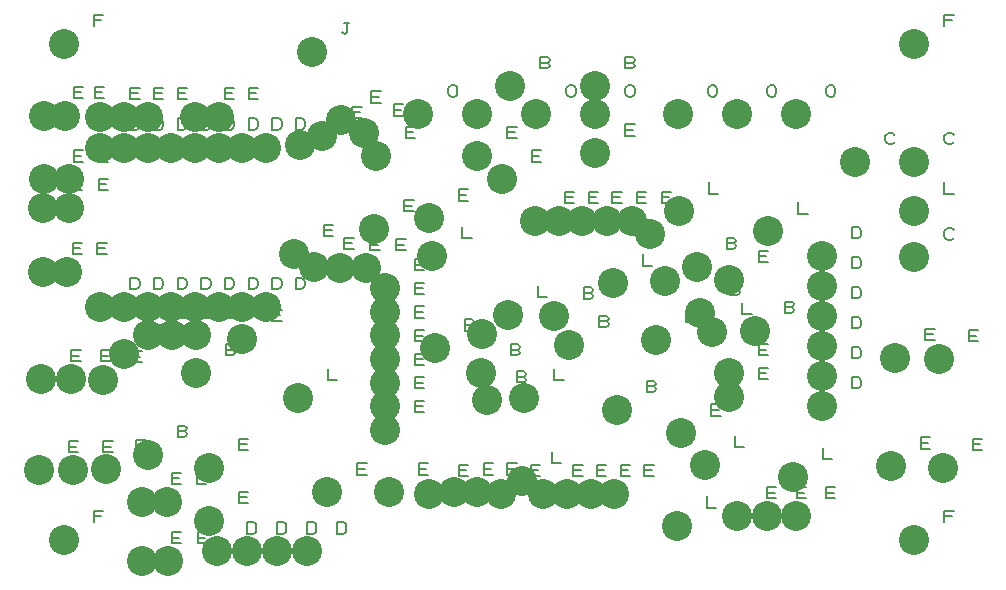
<source format=gbr>
G04 DesignSpark PCB Gerber Version 10.0 Build 5299*
G04 #@! TF.Part,Single*
G04 #@! TF.FileFunction,Drillmap*
G04 #@! TF.FilePolarity,Positive*
%FSLAX35Y35*%
%MOIN*%
%ADD10C,0.00500*%
G04 #@! TA.AperFunction,ViaPad*
%ADD124C,0.10000*%
G04 #@! TD.AperFunction*
X0Y0D02*
D02*
D10*
X17730Y45164D02*
Y48914D01*
X20856D01*
X20230Y47039D02*
X17730D01*
Y45164D02*
X20856D01*
X18518Y75479D02*
Y79229D01*
X21643D01*
X21018Y77354D02*
X18518D01*
Y75479D02*
X21643D01*
X18911Y111306D02*
Y115056D01*
X22037D01*
X21411Y113181D02*
X18911D01*
Y111306D02*
X22037D01*
X18911Y132565D02*
Y136315D01*
X22037D01*
X21411Y134441D02*
X18911D01*
Y132565D02*
X22037D01*
X19305Y142014D02*
Y145764D01*
X22430D01*
X21805Y143889D02*
X19305D01*
Y142014D02*
X22430D01*
X19305Y163274D02*
Y167024D01*
X22430D01*
X21805Y165149D02*
X19305D01*
Y163274D02*
X22430D01*
X25998Y21935D02*
Y25685D01*
X29123D01*
X28498Y23811D02*
X25998D01*
Y187290D02*
Y191040D01*
X29123D01*
X28498Y189165D02*
X25998D01*
X26392Y163274D02*
Y167024D01*
X29517D01*
X28892Y165149D02*
X26392D01*
Y163274D02*
X29517D01*
X27179Y111306D02*
Y115056D01*
X30304D01*
X29679Y113181D02*
X27179D01*
Y111306D02*
X30304D01*
X27573Y132565D02*
Y136315D01*
X30698D01*
X30073Y134441D02*
X27573D01*
Y132565D02*
X30698D01*
X27573Y142014D02*
Y145764D01*
X30698D01*
X30073Y143889D02*
X27573D01*
Y142014D02*
X30698D01*
X28360Y75479D02*
Y79229D01*
X31485D01*
X30860Y77354D02*
X28360D01*
Y75479D02*
X31485D01*
X29148Y45164D02*
Y48914D01*
X32273D01*
X31648Y47039D02*
X29148D01*
Y45164D02*
X32273D01*
X38203Y99494D02*
Y103244D01*
X40078D01*
X40703Y102932D01*
X41015Y102620D01*
X41328Y101994D01*
Y100744D01*
X41015Y100120D01*
X40703Y99807D01*
X40078Y99494D01*
X38203D01*
Y152644D02*
Y156394D01*
X40078D01*
X40703Y156082D01*
X41015Y155769D01*
X41328Y155144D01*
Y153894D01*
X41015Y153269D01*
X40703Y152957D01*
X40078Y152644D01*
X38203D01*
Y162880D02*
Y166630D01*
X41328D01*
X40703Y164756D02*
X38203D01*
Y162880D02*
X41328D01*
X38990Y75085D02*
Y78835D01*
X42115D01*
X41490Y76960D02*
X38990D01*
Y75085D02*
X42115D01*
X40171Y45557D02*
Y49307D01*
X43296D01*
X42671Y47433D02*
X40171D01*
Y45557D02*
X43296D01*
X46077Y83746D02*
Y87496D01*
X49202D01*
X48577Y85622D02*
X46077D01*
Y83746D02*
X49202D01*
X46077Y99494D02*
Y103244D01*
X47952D01*
X48577Y102932D01*
X48889Y102620D01*
X49202Y101994D01*
Y100744D01*
X48889Y100120D01*
X48577Y99807D01*
X47952Y99494D01*
X46077D01*
Y152644D02*
Y156394D01*
X47952D01*
X48577Y156082D01*
X48889Y155769D01*
X49202Y155144D01*
Y153894D01*
X48889Y153269D01*
X48577Y152957D01*
X47952Y152644D01*
X46077D01*
Y162880D02*
Y166630D01*
X49202D01*
X48577Y164756D02*
X46077D01*
Y162880D02*
X49202D01*
X51982Y14849D02*
Y18599D01*
X55107D01*
X54482Y16724D02*
X51982D01*
Y14849D02*
X55107D01*
X51982Y34534D02*
Y38284D01*
X55107D01*
X54482Y36409D02*
X51982D01*
Y34534D02*
X55107D01*
X56138Y52157D02*
X56763Y51844D01*
X57076Y51220D01*
X56763Y50594D01*
X56138Y50282D01*
X53951D01*
Y54032D01*
X56138D01*
X56763Y53720D01*
X57076Y53094D01*
X56763Y52470D01*
X56138Y52157D01*
X53951D01*
Y90046D02*
Y93796D01*
X57076D01*
X56451Y91921D02*
X53951D01*
Y90046D02*
X57076D01*
X53951Y99494D02*
Y103244D01*
X55826D01*
X56451Y102932D01*
X56763Y102620D01*
X57076Y101994D01*
Y100744D01*
X56763Y100120D01*
X56451Y99807D01*
X55826Y99494D01*
X53951D01*
Y152644D02*
Y156394D01*
X55826D01*
X56451Y156082D01*
X56763Y155769D01*
X57076Y155144D01*
Y153894D01*
X56763Y153269D01*
X56451Y152957D01*
X55826Y152644D01*
X53951D01*
Y162880D02*
Y166630D01*
X57076D01*
X56451Y164756D02*
X53951D01*
Y162880D02*
X57076D01*
X60250Y34534D02*
Y38284D01*
X63375D01*
X62750Y36409D02*
X60250D01*
Y34534D02*
X63375D01*
X60644Y14849D02*
Y18599D01*
X63769D01*
X63144Y16724D02*
X60644D01*
Y14849D02*
X63769D01*
X61825Y99494D02*
Y103244D01*
X63700D01*
X64325Y102932D01*
X64637Y102620D01*
X64950Y101994D01*
Y100744D01*
X64637Y100120D01*
X64325Y99807D01*
X63700Y99494D01*
X61825D01*
Y152644D02*
Y156394D01*
X63700D01*
X64325Y156082D01*
X64637Y155769D01*
X64950Y155144D01*
Y153894D01*
X64637Y153269D01*
X64325Y152957D01*
X63700Y152644D01*
X61825D01*
X62219Y90046D02*
Y93796D01*
X65344D01*
X64719Y91921D02*
X62219D01*
Y90046D02*
X65344D01*
X69699Y99494D02*
Y103244D01*
X71574D01*
X72199Y102932D01*
X72511Y102620D01*
X72824Y101994D01*
Y100744D01*
X72511Y100120D01*
X72199Y99807D01*
X71574Y99494D01*
X69699D01*
Y152644D02*
Y156394D01*
X71574D01*
X72199Y156082D01*
X72511Y155769D01*
X72824Y155144D01*
Y153894D01*
X72511Y153269D01*
X72199Y152957D01*
X71574Y152644D01*
X69699D01*
Y162880D02*
Y166630D01*
X72824D01*
X72199Y164756D02*
X69699D01*
Y162880D02*
X72824D01*
X72280Y79322D02*
X72905Y79010D01*
X73218Y78385D01*
X72905Y77760D01*
X72280Y77447D01*
X70093D01*
Y81197D01*
X72280D01*
X72905Y80885D01*
X73218Y80260D01*
X72905Y79635D01*
X72280Y79322D01*
X70093D01*
Y90046D02*
Y93796D01*
X73218D01*
X72593Y91921D02*
X70093D01*
Y90046D02*
X73218D01*
X74423Y28235D02*
Y31985D01*
X77548D01*
X76923Y30110D02*
X74423D01*
Y28235D02*
X77548D01*
X74423Y45951D02*
Y49701D01*
X77548D01*
X76923Y47826D02*
X74423D01*
Y45951D02*
X77548D01*
X77100Y17998D02*
Y21748D01*
X78976D01*
X79600Y21436D01*
X79913Y21124D01*
X80226Y20498D01*
Y19248D01*
X79913Y18624D01*
X79600Y18311D01*
X78976Y17998D01*
X77100D01*
X77573Y99494D02*
Y103244D01*
X79448D01*
X80073Y102932D01*
X80385Y102620D01*
X80698Y101994D01*
Y100744D01*
X80385Y100120D01*
X80073Y99807D01*
X79448Y99494D01*
X77573D01*
Y152644D02*
Y156394D01*
X79448D01*
X80073Y156082D01*
X80385Y155769D01*
X80698Y155144D01*
Y153894D01*
X80385Y153269D01*
X80073Y152957D01*
X79448Y152644D01*
X77573D01*
Y162880D02*
Y166630D01*
X80698D01*
X80073Y164756D02*
X77573D01*
Y162880D02*
X80698D01*
X85447Y88865D02*
Y92615D01*
X88572D01*
X87947Y90740D02*
X85447D01*
Y88865D02*
X88572D01*
X85447Y99494D02*
Y103244D01*
X87322D01*
X87947Y102932D01*
X88259Y102620D01*
X88572Y101994D01*
Y100744D01*
X88259Y100120D01*
X87947Y99807D01*
X87322Y99494D01*
X85447D01*
Y152644D02*
Y156394D01*
X87322D01*
X87947Y156082D01*
X88259Y155769D01*
X88572Y155144D01*
Y153894D01*
X88259Y153269D01*
X87947Y152957D01*
X87322Y152644D01*
X85447D01*
X87100Y17998D02*
Y21748D01*
X88976D01*
X89600Y21436D01*
X89913Y21124D01*
X90226Y20498D01*
Y19248D01*
X89913Y18624D01*
X89600Y18311D01*
X88976Y17998D01*
X87100D01*
X93321Y99494D02*
Y103244D01*
X95196D01*
X95821Y102932D01*
X96133Y102620D01*
X96446Y101994D01*
Y100744D01*
X96133Y100120D01*
X95821Y99807D01*
X95196Y99494D01*
X93321D01*
Y152644D02*
Y156394D01*
X95196D01*
X95821Y156082D01*
X96133Y155769D01*
X96446Y155144D01*
Y153894D01*
X96133Y153269D01*
X95821Y152957D01*
X95196Y152644D01*
X93321D01*
X97100Y17998D02*
Y21748D01*
X98976D01*
X99600Y21436D01*
X99913Y21124D01*
X100226Y20498D01*
Y19248D01*
X99913Y18624D01*
X99600Y18311D01*
X98976Y17998D01*
X97100D01*
X102770Y117211D02*
Y120961D01*
X105895D01*
X105270Y119086D02*
X102770D01*
Y117211D02*
X105895D01*
X103951Y72930D02*
Y69180D01*
X107076D01*
X104738Y153431D02*
Y157181D01*
X107863D01*
X107238Y155307D02*
X104738D01*
Y153431D02*
X107863D01*
X107100Y17998D02*
Y21748D01*
X108976D01*
X109600Y21436D01*
X109913Y21124D01*
X110226Y20498D01*
Y19248D01*
X109913Y18624D01*
X109600Y18311D01*
X108976Y17998D01*
X107100D01*
X108675Y185159D02*
X108988Y184846D01*
X109613Y184534D01*
X110238Y184846D01*
X110550Y185159D01*
Y188284D01*
X111175D01*
X110550D02*
X109300D01*
X109463Y112880D02*
Y116630D01*
X112588D01*
X111963Y114756D02*
X109463D01*
Y112880D02*
X112588D01*
X112219Y156581D02*
Y160331D01*
X115344D01*
X114719Y158456D02*
X112219D01*
Y156581D02*
X115344D01*
X113793Y37683D02*
Y41433D01*
X116919D01*
X116293Y39559D02*
X113793D01*
Y37683D02*
X116919D01*
X118124Y112487D02*
Y116237D01*
X121249D01*
X120624Y114362D02*
X118124D01*
Y112487D02*
X121249D01*
X118518Y161699D02*
Y165449D01*
X121643D01*
X121018Y163574D02*
X118518D01*
Y161699D02*
X121643D01*
X125998Y157369D02*
Y161119D01*
X129123D01*
X128498Y159244D02*
X125998D01*
Y157369D02*
X129123D01*
X126785Y112487D02*
Y116237D01*
X129911D01*
X129285Y114362D02*
X126785D01*
Y112487D02*
X129911D01*
X129541Y125479D02*
Y129229D01*
X132667D01*
X132041Y127354D02*
X129541D01*
Y125479D02*
X132667D01*
X129935Y149888D02*
Y153638D01*
X133060D01*
X132435Y151763D02*
X129935D01*
Y149888D02*
X133060D01*
X133085Y58550D02*
Y62300D01*
X136210D01*
X135585Y60425D02*
X133085D01*
Y58550D02*
X136210D01*
X133085Y66424D02*
Y70174D01*
X136210D01*
X135585Y68299D02*
X133085D01*
Y66424D02*
X136210D01*
X133085Y74298D02*
Y78048D01*
X136210D01*
X135585Y76173D02*
X133085D01*
Y74298D02*
X136210D01*
X133085Y82172D02*
Y85922D01*
X136210D01*
X135585Y84047D02*
X133085D01*
Y82172D02*
X136210D01*
X133085Y90046D02*
Y93796D01*
X136210D01*
X135585Y91921D02*
X133085D01*
Y90046D02*
X136210D01*
X133085Y97920D02*
Y101670D01*
X136210D01*
X135585Y99795D02*
X133085D01*
Y97920D02*
X136210D01*
X133085Y105794D02*
Y109544D01*
X136210D01*
X135585Y107669D02*
X133085D01*
Y105794D02*
X136210D01*
X134266Y37683D02*
Y41433D01*
X137391D01*
X136766Y39559D02*
X134266D01*
Y37683D02*
X137391D01*
X144108Y164918D02*
Y166168D01*
X144421Y166793D01*
X144733Y167106D01*
X145358Y167418D01*
X145983D01*
X146608Y167106D01*
X146921Y166793D01*
X147233Y166168D01*
Y164918D01*
X146921Y164293D01*
X146608Y163980D01*
X145983Y163668D01*
X145358D01*
X144733Y163980D01*
X144421Y164293D01*
X144108Y164918D01*
X147652Y37290D02*
Y41040D01*
X150777D01*
X150152Y39165D02*
X147652D01*
Y37290D02*
X150777D01*
X147652Y129022D02*
Y132772D01*
X150777D01*
X150152Y130897D02*
X147652D01*
Y129022D02*
X150777D01*
X148833Y120174D02*
Y116424D01*
X151958D01*
X151807Y87590D02*
X152433Y87278D01*
X152745Y86653D01*
X152433Y86028D01*
X151807Y85715D01*
X149620D01*
Y89465D01*
X151807D01*
X152433Y89153D01*
X152745Y88528D01*
X152433Y87903D01*
X151807Y87590D01*
X149620D01*
X155919Y37683D02*
Y41433D01*
X159044D01*
X158419Y39559D02*
X155919D01*
Y37683D02*
X159044D01*
X163793D02*
Y41433D01*
X166919D01*
X166293Y39559D02*
X163793D01*
Y37683D02*
X166919D01*
X163793Y149888D02*
Y153638D01*
X166919D01*
X166293Y151763D02*
X163793D01*
Y149888D02*
X166919D01*
X163793Y164918D02*
Y166168D01*
X164106Y166793D01*
X164419Y167106D01*
X165043Y167418D01*
X165669D01*
X166293Y167106D01*
X166606Y166793D01*
X166919Y166168D01*
Y164918D01*
X166606Y164293D01*
X166293Y163980D01*
X165669Y163668D01*
X165043D01*
X164419Y163980D01*
X164106Y164293D01*
X163793Y164918D01*
X167162Y79322D02*
X167787Y79010D01*
X168100Y78385D01*
X167787Y77760D01*
X167162Y77447D01*
X164974D01*
Y81197D01*
X167162D01*
X167787Y80885D01*
X168100Y80260D01*
X167787Y79635D01*
X167162Y79322D01*
X164974D01*
X167556Y92315D02*
X168181Y92002D01*
X168493Y91377D01*
X168181Y90752D01*
X167556Y90439D01*
X165368D01*
Y94189D01*
X167556D01*
X168181Y93877D01*
X168493Y93252D01*
X168181Y92627D01*
X167556Y92315D01*
X165368D01*
X169130Y70267D02*
X169756Y69955D01*
X170068Y69330D01*
X169756Y68705D01*
X169130Y68392D01*
X166943D01*
Y72142D01*
X169130D01*
X169756Y71830D01*
X170068Y71205D01*
X169756Y70580D01*
X169130Y70267D01*
X166943D01*
X171667Y37290D02*
Y41040D01*
X174793D01*
X174167Y39165D02*
X171667D01*
Y37290D02*
X174793D01*
X172061Y142014D02*
Y145764D01*
X175186D01*
X174561Y143889D02*
X172061D01*
Y142014D02*
X175186D01*
X174030Y100489D02*
Y96739D01*
X177155D01*
X177004Y174992D02*
X177630Y174679D01*
X177942Y174054D01*
X177630Y173429D01*
X177004Y173117D01*
X174817D01*
Y176867D01*
X177004D01*
X177630Y176554D01*
X177942Y175929D01*
X177630Y175304D01*
X177004Y174992D01*
X174817D01*
X178754Y45370D02*
Y41620D01*
X181879D01*
X179541Y72930D02*
Y69180D01*
X182667D01*
X183085Y128235D02*
Y131985D01*
X186210D01*
X185585Y130110D02*
X183085D01*
Y128235D02*
X186210D01*
X183478Y164918D02*
Y166168D01*
X183791Y166793D01*
X184104Y167106D01*
X184728Y167418D01*
X185354D01*
X185978Y167106D01*
X186291Y166793D01*
X186604Y166168D01*
Y164918D01*
X186291Y164293D01*
X185978Y163980D01*
X185354Y163668D01*
X184728D01*
X184104Y163980D01*
X183791Y164293D01*
X183478Y164918D01*
X185841Y37290D02*
Y41040D01*
X188966D01*
X188341Y39165D02*
X185841D01*
Y37290D02*
X188966D01*
X191571Y98220D02*
X192196Y97907D01*
X192509Y97283D01*
X192196Y96657D01*
X191571Y96345D01*
X189384D01*
Y100095D01*
X191571D01*
X192196Y99783D01*
X192509Y99157D01*
X192196Y98533D01*
X191571Y98220D01*
X189384D01*
X190959Y128235D02*
Y131985D01*
X194084D01*
X193459Y130110D02*
X190959D01*
Y128235D02*
X194084D01*
X193715Y37290D02*
Y41040D01*
X196840D01*
X196215Y39165D02*
X193715D01*
Y37290D02*
X196840D01*
X196689Y88771D02*
X197315Y88459D01*
X197627Y87834D01*
X197315Y87209D01*
X196689Y86896D01*
X194502D01*
Y90646D01*
X196689D01*
X197315Y90334D01*
X197627Y89709D01*
X197315Y89084D01*
X196689Y88771D01*
X194502D01*
X198833Y128235D02*
Y131985D01*
X201958D01*
X201333Y130110D02*
X198833D01*
Y128235D02*
X201958D01*
X201589Y37290D02*
Y41040D01*
X204714D01*
X204089Y39165D02*
X201589D01*
Y37290D02*
X204714D01*
X203163Y150676D02*
Y154426D01*
X206289D01*
X205663Y152551D02*
X203163D01*
Y150676D02*
X206289D01*
X203163Y164918D02*
Y166168D01*
X203476Y166793D01*
X203789Y167106D01*
X204413Y167418D01*
X205039D01*
X205663Y167106D01*
X205976Y166793D01*
X206289Y166168D01*
Y164918D01*
X205976Y164293D01*
X205663Y163980D01*
X205039Y163668D01*
X204413D01*
X203789Y163980D01*
X203476Y164293D01*
X203163Y164918D01*
X205351Y174992D02*
X205976Y174679D01*
X206289Y174054D01*
X205976Y173429D01*
X205351Y173117D01*
X203163D01*
Y176867D01*
X205351D01*
X205976Y176554D01*
X206289Y175929D01*
X205976Y175304D01*
X205351Y174992D01*
X203163D01*
X207100Y128235D02*
Y131985D01*
X210226D01*
X209600Y130110D02*
X207100D01*
Y128235D02*
X210226D01*
X209069Y111119D02*
Y107369D01*
X212194D01*
X209463Y37290D02*
Y41040D01*
X212588D01*
X211963Y39165D02*
X209463D01*
Y37290D02*
X212588D01*
X212437Y67118D02*
X213063Y66805D01*
X213375Y66180D01*
X213063Y65555D01*
X212437Y65243D01*
X210250D01*
Y68993D01*
X212437D01*
X213063Y68680D01*
X213375Y68055D01*
X213063Y67430D01*
X212437Y67118D01*
X210250D01*
X215368Y128235D02*
Y131985D01*
X218493D01*
X217868Y130110D02*
X215368D01*
Y128235D02*
X218493D01*
X223461Y125779D02*
X224086Y125467D01*
X224399Y124842D01*
X224086Y124217D01*
X223461Y123904D01*
X221274D01*
Y127654D01*
X223461D01*
X224086Y127342D01*
X224399Y126717D01*
X224086Y126092D01*
X223461Y125779D01*
X221274D01*
X225430Y90346D02*
X226055Y90033D01*
X226367Y89409D01*
X226055Y88783D01*
X225430Y88471D01*
X223242D01*
Y92221D01*
X225430D01*
X226055Y91909D01*
X226367Y91283D01*
X226055Y90659D01*
X225430Y90346D01*
X223242D01*
X226392Y111906D02*
Y108156D01*
X229517D01*
X230329Y30410D02*
Y26660D01*
X233454D01*
X230722Y164918D02*
Y166168D01*
X231035Y166793D01*
X231348Y167106D01*
X231972Y167418D01*
X232598D01*
X233222Y167106D01*
X233535Y166793D01*
X233848Y166168D01*
Y164918D01*
X233535Y164293D01*
X233222Y163980D01*
X232598Y163668D01*
X231972D01*
X231348Y163980D01*
X231035Y164293D01*
X230722Y164918D01*
X230919Y135134D02*
Y131384D01*
X234044D01*
X231904Y57369D02*
Y61119D01*
X235029D01*
X234404Y59244D02*
X231904D01*
Y57369D02*
X235029D01*
X239209Y114756D02*
X239834Y114443D01*
X240147Y113818D01*
X239834Y113193D01*
X239209Y112880D01*
X237022D01*
Y116630D01*
X239209D01*
X239834Y116318D01*
X240147Y115693D01*
X239834Y115068D01*
X239209Y114756D01*
X237022D01*
X240390Y99401D02*
X241015Y99089D01*
X241328Y98464D01*
X241015Y97839D01*
X240390Y97526D01*
X238203D01*
Y101276D01*
X240390D01*
X241015Y100964D01*
X241328Y100339D01*
X241015Y99714D01*
X240390Y99401D01*
X238203D01*
X239778Y50489D02*
Y46739D01*
X242903D01*
X242140Y94977D02*
Y91227D01*
X245265D01*
X247652Y69573D02*
Y73323D01*
X250777D01*
X250152Y71448D02*
X247652D01*
Y69573D02*
X250777D01*
X247652Y77447D02*
Y81197D01*
X250777D01*
X250152Y79322D02*
X247652D01*
Y77447D02*
X250777D01*
X247652Y108550D02*
Y112300D01*
X250777D01*
X250152Y110425D02*
X247652D01*
Y108550D02*
X250777D01*
X250407Y29809D02*
Y33559D01*
X253533D01*
X252907Y31685D02*
X250407D01*
Y29809D02*
X253533D01*
X250407Y164918D02*
Y166168D01*
X250720Y166793D01*
X251033Y167106D01*
X251657Y167418D01*
X252283D01*
X252907Y167106D01*
X253220Y166793D01*
X253533Y166168D01*
Y164918D01*
X253220Y164293D01*
X252907Y163980D01*
X252283Y163668D01*
X251657D01*
X251033Y163980D01*
X250720Y164293D01*
X250407Y164918D01*
X258500Y93496D02*
X259126Y93183D01*
X259438Y92558D01*
X259126Y91933D01*
X258500Y91620D01*
X256313D01*
Y95370D01*
X258500D01*
X259126Y95058D01*
X259438Y94433D01*
X259126Y93808D01*
X258500Y93496D01*
X256313D01*
X260250Y29809D02*
Y33559D01*
X263375D01*
X262750Y31685D02*
X260250D01*
Y29809D02*
X263375D01*
X260841Y128441D02*
Y124691D01*
X263966D01*
X268911Y46552D02*
Y42802D01*
X272037D01*
X270093Y29809D02*
Y33559D01*
X273218D01*
X272593Y31685D02*
X270093D01*
Y29809D02*
X273218D01*
X270093Y164918D02*
Y166168D01*
X270405Y166793D01*
X270718Y167106D01*
X271343Y167418D01*
X271968D01*
X272593Y167106D01*
X272905Y166793D01*
X273218Y166168D01*
Y164918D01*
X272905Y164293D01*
X272593Y163980D01*
X271968Y163668D01*
X271343D01*
X270718Y163980D01*
X270405Y164293D01*
X270093Y164918D01*
X278754Y66424D02*
Y70174D01*
X280629D01*
X281254Y69861D01*
X281567Y69549D01*
X281879Y68924D01*
Y67674D01*
X281567Y67049D01*
X281254Y66736D01*
X280629Y66424D01*
X278754D01*
Y76424D02*
Y80174D01*
X280629D01*
X281254Y79861D01*
X281567Y79549D01*
X281879Y78924D01*
Y77674D01*
X281567Y77049D01*
X281254Y76736D01*
X280629Y76424D01*
X278754D01*
Y86424D02*
Y90174D01*
X280629D01*
X281254Y89861D01*
X281567Y89549D01*
X281879Y88924D01*
Y87674D01*
X281567Y87049D01*
X281254Y86736D01*
X280629Y86424D01*
X278754D01*
Y96424D02*
Y100174D01*
X280629D01*
X281254Y99861D01*
X281567Y99549D01*
X281879Y98924D01*
Y97674D01*
X281567Y97049D01*
X281254Y96736D01*
X280629Y96424D01*
X278754D01*
Y106424D02*
Y110174D01*
X280629D01*
X281254Y109861D01*
X281567Y109549D01*
X281879Y108924D01*
Y107674D01*
X281567Y107049D01*
X281254Y106736D01*
X280629Y106424D01*
X278754D01*
Y116424D02*
Y120174D01*
X280629D01*
X281254Y119861D01*
X281567Y119549D01*
X281879Y118924D01*
Y117674D01*
X281567Y117049D01*
X281254Y116736D01*
X280629Y116424D01*
X278754D01*
X292903Y148545D02*
X292590Y148232D01*
X291965Y147920D01*
X291028D01*
X290403Y148232D01*
X290090Y148545D01*
X289778Y149170D01*
Y150420D01*
X290090Y151045D01*
X290403Y151357D01*
X291028Y151670D01*
X291965D01*
X292590Y151357D01*
X292903Y151045D01*
X301589Y46345D02*
Y50095D01*
X304714D01*
X304089Y48220D02*
X301589D01*
Y46345D02*
X304714D01*
X303163Y82565D02*
Y86315D01*
X306289D01*
X305663Y84441D02*
X303163D01*
Y82565D02*
X306289D01*
X309463Y21935D02*
Y25685D01*
X312588D01*
X311963Y23811D02*
X309463D01*
X312588Y116655D02*
X312275Y116343D01*
X311650Y116030D01*
X310713D01*
X310088Y116343D01*
X309775Y116655D01*
X309463Y117280D01*
Y118530D01*
X309775Y119155D01*
X310088Y119468D01*
X310713Y119780D01*
X311650D01*
X312275Y119468D01*
X312588Y119155D01*
X309463Y135134D02*
Y131384D01*
X312588D01*
Y148545D02*
X312275Y148232D01*
X311650Y147920D01*
X310713D01*
X310088Y148232D01*
X309775Y148545D01*
X309463Y149170D01*
Y150420D01*
X309775Y151045D01*
X310088Y151357D01*
X310713Y151670D01*
X311650D01*
X312275Y151357D01*
X312588Y151045D01*
X309463Y187290D02*
Y191040D01*
X312588D01*
X311963Y189165D02*
X309463D01*
X317730Y82172D02*
Y85922D01*
X320856D01*
X320230Y84047D02*
X317730D01*
Y82172D02*
X320856D01*
X318911Y45951D02*
Y49701D01*
X322037D01*
X321411Y47826D02*
X318911D01*
Y45951D02*
X322037D01*
D02*
D124*
X7730Y39226D03*
X8518Y69541D03*
X8911Y105368D03*
Y126628D03*
X9305Y136077D03*
Y157337D03*
X15998Y15998D03*
Y181352D03*
X16392Y157337D03*
X17179Y105368D03*
X17573Y126628D03*
Y136077D03*
X18360Y69541D03*
X19148Y39226D03*
X28203Y93557D03*
Y146707D03*
Y156943D03*
X28990Y69148D03*
X30171Y39620D03*
X36077Y77809D03*
Y93557D03*
Y146707D03*
Y156943D03*
X41982Y8911D03*
Y28596D03*
X43951Y44344D03*
Y84108D03*
Y93557D03*
Y146707D03*
Y156943D03*
X50250Y28596D03*
X50644Y8911D03*
X51825Y93557D03*
Y146707D03*
X52219Y84108D03*
X59699Y93557D03*
Y146707D03*
Y156943D03*
X60093Y71510D03*
Y84108D03*
X64423Y22297D03*
Y40014D03*
X67100Y12061D03*
X67573Y93557D03*
Y146707D03*
Y156943D03*
X75447Y82927D03*
Y93557D03*
Y146707D03*
X77100Y12061D03*
X83321Y93557D03*
Y146707D03*
X87100Y12061D03*
X92770Y111274D03*
X93951Y63242D03*
X94738Y147494D03*
X97100Y12061D03*
X98675Y178596D03*
X99463Y106943D03*
X102219Y150644D03*
X103793Y31746D03*
X108124Y106549D03*
X108518Y155762D03*
X115998Y151431D03*
X116785Y106549D03*
X119541Y119541D03*
X119935Y143951D03*
X123085Y52612D03*
Y60486D03*
Y68360D03*
Y76234D03*
Y84108D03*
Y91982D03*
Y99856D03*
X124266Y31746D03*
X134108Y157730D03*
X137652Y31352D03*
Y123085D03*
X138833Y110486D03*
X139620Y79778D03*
X145919Y31746D03*
X153793D03*
Y143951D03*
Y157730D03*
X154974Y71510D03*
X155368Y84502D03*
X156943Y62455D03*
X161667Y31352D03*
X162061Y136077D03*
X164030Y90801D03*
X164817Y167179D03*
X168754Y35683D03*
X169541Y63242D03*
X173085Y122297D03*
X173478Y157730D03*
X175841Y31352D03*
X179384Y90407D03*
X180959Y122297D03*
X183715Y31352D03*
X184502Y80959D03*
X188833Y122297D03*
X191589Y31352D03*
X193163Y144738D03*
Y157730D03*
Y167179D03*
X197100Y122297D03*
X199069Y101431D03*
X199463Y31352D03*
X200250Y59305D03*
X205368Y122297D03*
X211274Y117967D03*
X213242Y82533D03*
X216392Y102219D03*
X220329Y20722D03*
X220722Y157730D03*
X220919Y125447D03*
X221904Y51431D03*
X227022Y106943D03*
X228203Y91589D03*
X229778Y40801D03*
X232140Y85289D03*
X237652Y63636D03*
Y71510D03*
Y102612D03*
X240407Y23872D03*
Y157730D03*
X246313Y85683D03*
X250250Y23872D03*
X250841Y118754D03*
X258911Y36864D03*
X260093Y23872D03*
Y157730D03*
X268754Y60486D03*
Y70486D03*
Y80486D03*
Y90486D03*
Y100486D03*
Y110486D03*
X279778Y141982D03*
X291589Y40407D03*
X293163Y76628D03*
X299463Y15998D03*
Y110093D03*
Y125447D03*
Y141982D03*
Y181352D03*
X307730Y76234D03*
X308911Y40014D03*
X0Y0D02*
M02*

</source>
